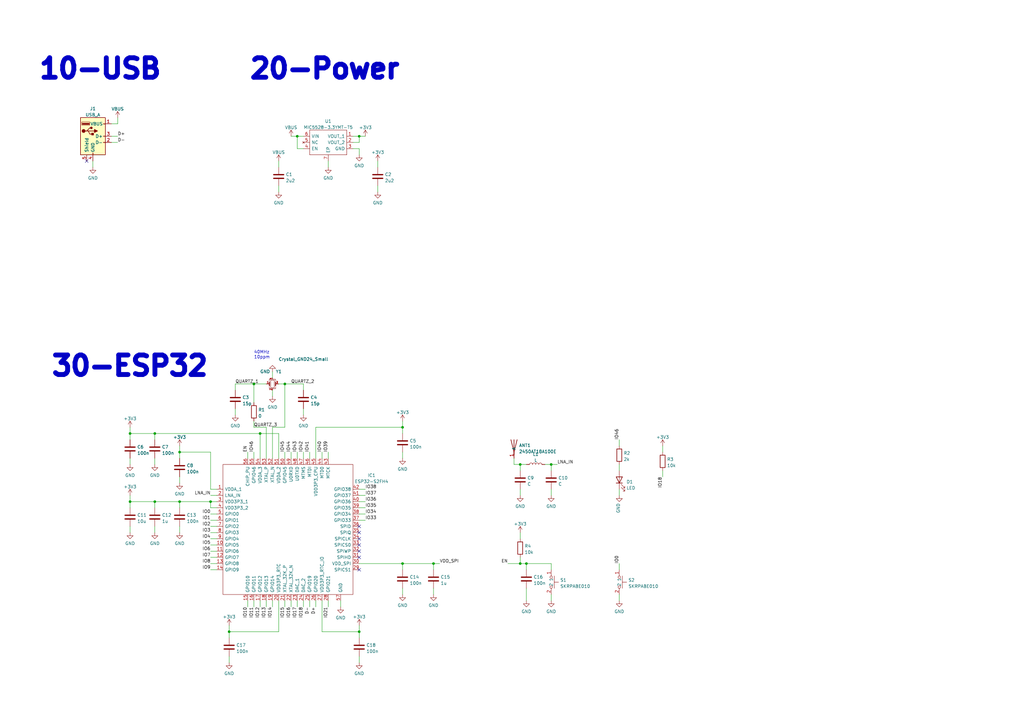
<source format=kicad_sch>
(kicad_sch (version 20211123) (generator eeschema)
  (paper "A3")
  (title_block (title "PMK_Dongle") (date "2023-01-19") (rev "HW00") (company "Puma Corp"))
  (lib_symbols
    (symbol "Component lib:2450AT18A100E" (pin_names (offset 0.762))
      (property "Reference" "ANT" (at 6.35 10.16 0))
      (property "Value" "2450AT18A100E" (at 6.35 7.62 0))
      (symbol "2450AT18A100E_0_1"
        (polyline (pts (xy 0 7.62) (xy 0 1.27)) (stroke (width 0.254)))
        (polyline (pts (xy 1.27 7.62) (xy 0 2.54) (xy -1.27 7.62)) (stroke (width 0.254)))
      )
      (symbol "2450AT18A100E_1_1"
        (pin input line (at 0 0 90) (length 2.54) (name "A") (number "1"))
      )
    )
    (symbol "Component lib:C" (pin_numbers hide) (pin_names (offset 0.254))
      (property "Reference" "C" (at 0.635 -1.27 0))
      (property "Value" "C" (at 0.635 -6.35 0))
      (symbol "C_0_1"
        (polyline (pts (xy -2.032 -4.572) (xy 2.032 -4.572)) (stroke (width 0.508)))
        (polyline (pts (xy -2.032 -3.048) (xy 2.032 -3.048)) (stroke (width 0.508)))
      )
      (symbol "C_1_1"
        (pin passive line (at 0 0 270) (length 2.794) (name "~") (number "1"))
        (pin passive line (at 0 -7.62 90) (length 2.794) (name "~") (number "2"))
      )
    )
    (symbol "Component lib:ESP32-S2FH4" (pin_names (offset 0.762))
      (property "Reference" "IC" (at 22.86 -12.7 0))
      (property "Value" "ESP32-S2FH4" (at 22.86 -15.24 0))
      (symbol "ESP32-S2FH4_0_0"
        (pin passive line (at 0 0 0) (length 2.54) (name "VDDA_1") (number "1"))
        (pin passive line (at 0 -22.86 0) (length 2.54) (name "GPIO5") (number "10"))
        (pin passive line (at 0 -25.4 0) (length 2.54) (name "GPIO6") (number "11"))
        (pin passive line (at 0 -27.94 0) (length 2.54) (name "GPIO7") (number "12"))
        (pin passive line (at 0 -30.48 0) (length 2.54) (name "GPIO8") (number "13"))
        (pin passive line (at 0 -33.02 0) (length 2.54) (name "GPIO9") (number "14"))
        (pin passive line (at 12.7 -45.72 90) (length 2.54) (name "GPIO10") (number "15"))
        (pin passive line (at 15.24 -45.72 90) (length 2.54) (name "GPIO11") (number "16"))
        (pin passive line (at 17.78 -45.72 90) (length 2.54) (name "GPIO12") (number "17"))
        (pin passive line (at 20.32 -45.72 90) (length 2.54) (name "GPIO13") (number "18"))
        (pin passive line (at 22.86 -45.72 90) (length 2.54) (name "GPIO14") (number "19"))
        (pin passive line (at 0 -2.54 0) (length 2.54) (name "LNA_IN") (number "2"))
        (pin passive line (at 25.4 -45.72 90) (length 2.54) (name "VDD3P3_RTC") (number "20"))
        (pin passive line (at 27.94 -45.72 90) (length 2.54) (name "XTAL_32K_P") (number "21"))
        (pin passive line (at 30.48 -45.72 90) (length 2.54) (name "XTAL_32K_N") (number "22"))
        (pin passive line (at 33.02 -45.72 90) (length 2.54) (name "DAC_1") (number "23"))
        (pin passive line (at 35.56 -45.72 90) (length 2.54) (name "DAC_2") (number "24"))
        (pin passive line (at 38.1 -45.72 90) (length 2.54) (name "GPIO19") (number "25"))
        (pin passive line (at 40.64 -45.72 90) (length 2.54) (name "GPIO20") (number "26"))
        (pin passive line (at 43.18 -45.72 90) (length 2.54) (name "VDD3P3_RTC_IO") (number "27"))
        (pin passive line (at 45.72 -45.72 90) (length 2.54) (name "GPIO21") (number "28"))
        (pin passive line (at 58.42 -33.02 180) (length 2.54) (name "SPICS1") (number "29"))
        (pin passive line (at 0 -5.08 0) (length 2.54) (name "VDD3P3_1") (number "3"))
        (pin passive line (at 58.42 -30.48 180) (length 2.54) (name "VDD_SPI") (number "30"))
        (pin passive line (at 58.42 -27.94 180) (length 2.54) (name "SPIHD") (number "31"))
        (pin passive line (at 58.42 -25.4 180) (length 2.54) (name "SPIWP") (number "32"))
        (pin passive line (at 58.42 -22.86 180) (length 2.54) (name "SPICS0") (number "33"))
        (pin passive line (at 58.42 -20.32 180) (length 2.54) (name "SPICLK") (number "34"))
        (pin passive line (at 58.42 -17.78 180) (length 2.54) (name "SPIQ") (number "35"))
        (pin passive line (at 58.42 -15.24 180) (length 2.54) (name "SPID") (number "36"))
        (pin passive line (at 58.42 -12.7 180) (length 2.54) (name "GPIO33") (number "37"))
        (pin passive line (at 58.42 -10.16 180) (length 2.54) (name "GPIO34") (number "38"))
        (pin passive line (at 58.42 -7.62 180) (length 2.54) (name "GPIO35") (number "39"))
        (pin passive line (at 0 -7.62 0) (length 2.54) (name "VDD3P3_2") (number "4"))
        (pin passive line (at 58.42 -5.08 180) (length 2.54) (name "GPIO36") (number "40"))
        (pin passive line (at 58.42 -2.54 180) (length 2.54) (name "GPIO37") (number "41"))
        (pin passive line (at 58.42 0 180) (length 2.54) (name "GPIO38") (number "42"))
        (pin passive line (at 45.72 12.7 270) (length 2.54) (name "MTCK") (number "43"))
        (pin passive line (at 43.18 12.7 270) (length 2.54) (name "MTD0") (number "44"))
        (pin passive line (at 40.64 12.7 270) (length 2.54) (name "VDD3P3_CPU") (number "45"))
        (pin passive line (at 38.1 12.7 270) (length 2.54) (name "MTDI") (number "46"))
        (pin passive line (at 35.56 12.7 270) (length 2.54) (name "MTMS") (number "47"))
        (pin passive line (at 33.02 12.7 270) (length 2.54) (name "U0TXD") (number "48"))
        (pin passive line (at 30.48 12.7 270) (length 2.54) (name "U0RXD") (number "49"))
        (pin passive line (at 0 -10.16 0) (length 2.54) (name "GPIO0") (number "5"))
        (pin passive line (at 27.94 12.7 270) (length 2.54) (name "GPIO45") (number "50"))
        (pin passive line (at 25.4 12.7 270) (length 2.54) (name "VDDA_2") (number "51"))
        (pin passive line (at 22.86 12.7 270) (length 2.54) (name "XTAL_N") (number "52"))
        (pin passive line (at 20.32 12.7 270) (length 2.54) (name "XTAL_P") (number "53"))
        (pin passive line (at 17.78 12.7 270) (length 2.54) (name "VDDA_3") (number "54"))
        (pin passive line (at 15.24 12.7 270) (length 2.54) (name "GPIO46") (number "55"))
        (pin passive line (at 12.7 12.7 270) (length 2.54) (name "CHIP_PU") (number "56"))
        (pin passive line (at 50.8 -45.72 90) (length 2.54) (name "GND") (number "57"))
        (pin passive line (at 0 -12.7 0) (length 2.54) (name "GPIO1") (number "6"))
        (pin passive line (at 0 -15.24 0) (length 2.54) (name "GPIO2") (number "7"))
        (pin passive line (at 0 -17.78 0) (length 2.54) (name "GPIO3") (number "8"))
        (pin passive line (at 0 -20.32 0) (length 2.54) (name "GPIO4") (number "9"))
      )
      (symbol "ESP32-S2FH4_0_1"
        (polyline (pts (xy 2.54 10.16) (xy 55.88 10.16) (xy 55.88 -43.18) (xy 2.54 -43.18) (xy 2.54 10.16)) (stroke (width 0.1524)))
      )
    )
    (symbol "Component lib:L" (pin_numbers hide) (pin_names (offset 1.016) hide)
      (property "Reference" "L" (at 3.81 -1.27 0))
      (property "Value" "L" (at 3.81 1.905 0))
      (symbol "L_0_1"
        (arc (start 2.54 0) (mid 1.905 0.635) (end 1.27 0))
        (arc (start 3.81 0) (mid 3.175 0.635) (end 2.54 0))
        (arc (start 5.08 0) (mid 4.445 0.635) (end 3.81 0))
        (arc (start 6.35 0) (mid 5.715 0.635) (end 5.08 0))
      )
      (symbol "L_1_1"
        (pin passive line (at 0 0 0) (length 1.27) (name "1") (number "1"))
        (pin passive line (at 7.62 0 180) (length 1.27) (name "2") (number "2"))
      )
    )
    (symbol "Component lib:LED" (pin_numbers hide) (pin_names (offset 1.016) hide)
      (property "Reference" "D" (at 3.81 2.54 0))
      (property "Value" "LED" (at 3.81 -2.54 0))
      (symbol "LED_0_1"
        (polyline (pts (xy 2.54 -1.27) (xy 2.54 1.27)) (stroke (width 0.254)))
        (polyline (pts (xy 2.54 0) (xy 5.08 0)))
        (polyline (pts (xy 5.08 -1.27) (xy 5.08 1.27) (xy 2.54 0) (xy 5.08 -1.27)) (stroke (width 0.254)))
        (polyline (pts (xy 0.762 -0.762) (xy -0.762 -2.286) (xy 0 -2.286) (xy -0.762 -2.286) (xy -0.762 -1.524)))
        (polyline (pts (xy 2.032 -0.762) (xy 0.508 -2.286) (xy 1.27 -2.286) (xy 0.508 -2.286) (xy 0.508 -1.524)))
      )
      (symbol "LED_1_1"
        (pin passive line (at 0 0 0) (length 2.54) (name "K") (number "1"))
        (pin passive line (at 7.62 0 180) (length 2.54) (name "A") (number "2"))
      )
    )
    (symbol "Component lib:MIC5528-3.3YMT-T5" (pin_names (offset 0.762))
      (property "Reference" "U" (at 2.54 5.08 0))
      (property "Value" "MIC5528-3.3YMT-T5" (at 12.7 5.08 0))
      (symbol "MIC5528-3.3YMT-T5_0_0"
        (pin passive line (at 20.32 0 180) (length 2.54) (name "VOUT_1") (number "1"))
        (pin passive line (at 20.32 -2.54 180) (length 2.54) (name "VOUT_2") (number "2"))
        (pin passive line (at 20.32 -5.08 180) (length 2.54) (name "GND") (number "3"))
        (pin passive line (at 0 -5.08 0) (length 2.54) (name "EN") (number "4"))
        (pin no_connect line (at 0 -2.54 0) (length 2.54) (name "NC") (number "5"))
        (pin passive line (at 0 0 0) (length 2.54) (name "VIN") (number "6"))
        (pin passive line (at 10.16 -10.16 90) (length 2.54) (name "EP") (number "7"))
      )
      (symbol "MIC5528-3.3YMT-T5_0_1"
        (rectangle (start 2.54 2.54) (end 17.78 -7.62) (stroke (width 0.1524)))
      )
    )
    (symbol "Component lib:R" (pin_numbers hide) (pin_names (offset 0))
      (property "Reference" "R" (at 2.032 -3.81 90))
      (property "Value" "R" (at 0 -3.81 90))
      (symbol "R_0_1"
        (rectangle (start -1.016 -6.35) (end 1.016 -1.27) (stroke (width 0.254)))
      )
      (symbol "R_1_1"
        (pin passive line (at 0 0 270) (length 1.27) (name "~") (number "1"))
        (pin passive line (at 0 -7.62 90) (length 1.27) (name "~") (number "2"))
      )
    )
    (symbol "Component lib:SKRPABE010" (pin_names (offset 0.762))
      (property "Reference" "S" (at 5.715 3.81 0))
      (property "Value" "SKRPABE010" (at 24.13 5.08 0))
      (symbol "SKRPABE010_0_1"
        (polyline (pts (xy 5.08 1.27) (xy 5.08 3.048)))
        (polyline (pts (xy 7.62 1.27) (xy 2.54 1.27)))
        (circle (center 3.048 0) (radius 0.508))
        (circle (center 7.112 0) (radius 0.508))
        (pin passive line (at 0 0 0) (length 2.54) (name "1") (number "1"))
        (pin passive line (at 10.16 0 180) (length 2.54) (name "2") (number "2"))
      )
    )
    (symbol "Connector:USB_A" (pin_names (offset 1.016))
      (property "Reference" "J" (at -5.08 11.43 0))
      (property "Value" "USB_A" (at -5.08 8.89 0))
      (symbol "USB_A_0_1"
        (rectangle (start -5.08 -7.62) (end 5.08 7.62) (stroke (width 0.254)) (fill (type background)))
        (circle (center -3.81 2.159) (radius 0.635) (stroke (width 0.254)) (fill (type outline)))
        (rectangle (start -1.524 4.826) (end -4.318 5.334) (fill (type outline)))
        (rectangle (start -1.27 4.572) (end -4.572 5.842))
        (circle (center -0.635 3.429) (radius 0.381) (stroke (width 0.254)) (fill (type outline)))
        (rectangle (start -0.127 -7.62) (end 0.127 -6.858))
        (polyline (pts (xy -3.175 2.159) (xy -2.54 2.159) (xy -1.27 3.429) (xy -0.635 3.429)) (stroke (width 0.254)))
        (polyline (pts (xy -2.54 2.159) (xy -1.905 2.159) (xy -1.27 0.889) (xy 0 0.889)) (stroke (width 0.254)))
        (polyline (pts (xy 0.635 2.794) (xy 0.635 1.524) (xy 1.905 2.159) (xy 0.635 2.794)) (stroke (width 0.254)) (fill (type outline)))
        (rectangle (start 0.254 1.27) (end -0.508 0.508) (stroke (width 0.254)) (fill (type outline)))
        (rectangle (start 5.08 -2.667) (end 4.318 -2.413))
        (rectangle (start 5.08 -0.127) (end 4.318 0.127))
        (rectangle (start 5.08 4.953) (end 4.318 5.207))
      )
      (symbol "USB_A_1_1"
        (polyline (pts (xy -1.905 2.159) (xy 0.635 2.159)) (stroke (width 0.254)))
        (pin power_in line (at 7.62 5.08 180) (length 2.54) (name "VBUS") (number "1"))
        (pin bidirectional line (at 7.62 -2.54 180) (length 2.54) (name "D-") (number "2"))
        (pin bidirectional line (at 7.62 0 180) (length 2.54) (name "D+") (number "3"))
        (pin power_in line (at 0 -10.16 90) (length 2.54) (name "GND") (number "4"))
        (pin passive line (at -2.54 -10.16 90) (length 2.54) (name "Shield") (number "5"))
      )
    )
    (symbol "Device:Crystal_GND24_Small" (pin_names (offset 1.016) hide)
      (property "Reference" "Y" (at 1.27 4.445 0))
      (property "Value" "Crystal_GND24_Small" (at 1.27 2.54 0))
      (symbol "Crystal_GND24_Small_0_1"
        (rectangle (start -0.762 -1.524) (end 0.762 1.524))
        (polyline (pts (xy -1.27 -0.762) (xy -1.27 0.762)) (stroke (width 0.381)))
        (polyline (pts (xy 1.27 -0.762) (xy 1.27 0.762)) (stroke (width 0.381)))
        (polyline (pts (xy -1.27 -1.27) (xy -1.27 -1.905) (xy 1.27 -1.905) (xy 1.27 -1.27)))
        (polyline (pts (xy -1.27 1.27) (xy -1.27 1.905) (xy 1.27 1.905) (xy 1.27 1.27)))
      )
      (symbol "Crystal_GND24_Small_1_1"
        (pin passive line (at -2.54 0 0) (length 1.27) (name "1") (number "1"))
        (pin passive line (at 0 -2.54 90) (length 0.635) (name "2") (number "2"))
        (pin passive line (at 2.54 0 180) (length 1.27) (name "3") (number "3"))
        (pin passive line (at 0 2.54 270) (length 0.635) (name "4") (number "4"))
      )
    )
    (symbol "power:+3V3" (power) (pin_names (offset 0))
      (property "Value" "+3V3" (at 0 3.556 0))
      (symbol "+3V3_0_1"
        (polyline (pts (xy -0.762 1.27) (xy 0 2.54)))
        (polyline (pts (xy 0 0) (xy 0 2.54)))
        (polyline (pts (xy 0 2.54) (xy 0.762 1.27)))
      )
      (symbol "+3V3_1_1"
        (pin power_in line (at 0 0 90) (length 0) hide (name "+3V3") (number "1"))
      )
    )
    (symbol "power:GND" (power) (pin_names (offset 0))
      (property "Value" "GND" (at 0 -3.81 0))
      (symbol "GND_0_1"
        (polyline (pts (xy 0 0) (xy 0 -1.27) (xy 1.27 -1.27) (xy 0 -2.54) (xy -1.27 -1.27) (xy 0 -1.27)))
      )
      (symbol "GND_1_1"
        (pin power_in line (at 0 0 270) (length 0) hide (name "GND") (number "1"))
      )
    )
    (symbol "power:VBUS" (power) (pin_names (offset 0))
      (property "Value" "VBUS" (at 0 3.81 0))
      (symbol "VBUS_0_1"
        (polyline (pts (xy -0.762 1.27) (xy 0 2.54)))
        (polyline (pts (xy 0 0) (xy 0 2.54)))
        (polyline (pts (xy 0 2.54) (xy 0.762 1.27)))
      )
      (symbol "VBUS_1_1"
        (pin power_in line (at 0 0 90) (length 0) hide (name "VBUS") (number "1"))
      )
    )
  )
  (junction (at 147.32 259.08))
  (junction (at 73.66 205.74))
  (junction (at 213.36 231.14))
  (junction (at 226.06 190.5))
  (junction (at 165.1 231.14))
  (junction (at 86.36 205.74))
  (junction (at 104.14 157.48))
  (junction (at 53.34 205.74))
  (junction (at 53.34 177.8))
  (junction (at 121.92 55.88))
  (junction (at 177.8 231.14))
  (junction (at 93.98 259.08))
  (junction (at 63.5 177.8))
  (junction (at 165.1 175.26))
  (junction (at 147.32 55.88))
  (junction (at 215.9 231.14))
  (junction (at 116.84 157.48))
  (junction (at 213.36 190.5))
  (junction (at 73.66 185.42))
  (junction (at 63.5 205.74))
  (junction (at 106.68 177.8))
  (no_connect (at 147.32 233.68))
  (no_connect (at 147.32 215.9))
  (no_connect (at 147.32 218.44))
  (no_connect (at 147.32 220.98))
  (no_connect (at 147.32 223.52))
  (no_connect (at 147.32 228.6))
  (no_connect (at 147.32 226.06))
  (no_connect (at 35.56 66.04))
  (wire (pts (xy 147.32 55.88) (xy 147.32 58.42)))
  (wire (pts (xy 111.76 246.38) (xy 111.76 248.92)))
  (wire (pts (xy 226.06 190.5) (xy 228.6 190.5)))
  (wire (pts (xy 226.06 231.14) (xy 226.06 233.68)))
  (wire (pts (xy 127 246.38) (xy 127 248.92)))
  (wire (pts (xy 116.84 157.48) (xy 124.46 157.48)))
  (wire (pts (xy 86.36 223.52) (xy 88.9 223.52)))
  (wire (pts (xy 213.36 200.66) (xy 213.36 203.2)))
  (wire (pts (xy 63.5 215.9) (xy 63.5 218.44)))
  (wire (pts (xy 86.36 203.2) (xy 88.9 203.2)))
  (wire (pts (xy 53.34 208.28) (xy 53.34 205.74)))
  (wire (pts (xy 215.9 231.14) (xy 215.9 233.68)))
  (wire (pts (xy 154.94 66.04) (xy 154.94 68.58)))
  (wire (pts (xy 254 190.5) (xy 254 193.04)))
  (wire (pts (xy 132.08 246.38) (xy 132.08 259.08)))
  (wire (pts (xy 124.46 246.38) (xy 124.46 248.92)))
  (wire (pts (xy 93.98 269.24) (xy 93.98 271.78)))
  (wire (pts (xy 208.28 231.14) (xy 213.36 231.14)))
  (wire (pts (xy 114.3 66.04) (xy 114.3 68.58)))
  (wire (pts (xy 147.32 256.54) (xy 147.32 259.08)))
  (wire (pts (xy 114.3 177.8) (xy 106.68 177.8)))
  (wire (pts (xy 104.14 157.48) (xy 109.22 157.48)))
  (wire (pts (xy 53.34 205.74) (xy 63.5 205.74)))
  (wire (pts (xy 177.8 231.14) (xy 180.34 231.14)))
  (wire (pts (xy 147.32 210.82) (xy 149.86 210.82)))
  (wire (pts (xy 210.82 190.5) (xy 213.36 190.5)))
  (wire (pts (xy 119.38 55.88) (xy 121.92 55.88)))
  (wire (pts (xy 86.36 200.66) (xy 88.9 200.66)))
  (wire (pts (xy 165.1 185.42) (xy 165.1 187.96)))
  (wire (pts (xy 111.76 160.02) (xy 111.76 162.56)))
  (wire (pts (xy 109.22 246.38) (xy 109.22 248.92)))
  (wire (pts (xy 165.1 172.72) (xy 165.1 175.26)))
  (wire (pts (xy 48.26 48.26) (xy 48.26 50.8)))
  (wire (pts (xy 271.78 182.88) (xy 271.78 185.42)))
  (wire (pts (xy 104.14 157.48) (xy 104.14 165.1)))
  (wire (pts (xy 53.34 177.8) (xy 63.5 177.8)))
  (wire (pts (xy 165.1 241.3) (xy 165.1 243.84)))
  (wire (pts (xy 213.36 193.04) (xy 213.36 190.5)))
  (wire (pts (xy 86.36 233.68) (xy 88.9 233.68)))
  (wire (pts (xy 63.5 187.96) (xy 63.5 190.5)))
  (wire (pts (xy 53.34 175.26) (xy 53.34 177.8)))
  (wire (pts (xy 63.5 177.8) (xy 63.5 180.34)))
  (wire (pts (xy 93.98 256.54) (xy 93.98 259.08)))
  (wire (pts (xy 101.6 246.38) (xy 101.6 248.92)))
  (wire (pts (xy 86.36 185.42) (xy 86.36 200.66)))
  (wire (pts (xy 124.46 157.48) (xy 124.46 160.02)))
  (wire (pts (xy 134.62 66.04) (xy 134.62 68.58)))
  (wire (pts (xy 254 231.14) (xy 254 233.68)))
  (wire (pts (xy 132.08 259.08) (xy 147.32 259.08)))
  (wire (pts (xy 104.14 172.72) (xy 104.14 175.26)))
  (wire (pts (xy 114.3 157.48) (xy 116.84 157.48)))
  (wire (pts (xy 147.32 203.2) (xy 149.86 203.2)))
  (wire (pts (xy 165.1 231.14) (xy 165.1 233.68)))
  (wire (pts (xy 86.36 220.98) (xy 88.9 220.98)))
  (wire (pts (xy 86.36 215.9) (xy 88.9 215.9)))
  (wire (pts (xy 147.32 205.74) (xy 149.86 205.74)))
  (wire (pts (xy 119.38 185.42) (xy 119.38 187.96)))
  (wire (pts (xy 226.06 200.66) (xy 226.06 203.2)))
  (wire (pts (xy 139.7 246.38) (xy 139.7 248.92)))
  (wire (pts (xy 104.14 246.38) (xy 104.14 248.92)))
  (wire (pts (xy 53.34 187.96) (xy 53.34 190.5)))
  (wire (pts (xy 134.62 185.42) (xy 134.62 187.96)))
  (wire (pts (xy 73.66 215.9) (xy 73.66 218.44)))
  (wire (pts (xy 86.36 218.44) (xy 88.9 218.44)))
  (wire (pts (xy 53.34 180.34) (xy 53.34 177.8)))
  (wire (pts (xy 114.3 187.96) (xy 114.3 177.8)))
  (wire (pts (xy 106.68 177.8) (xy 106.68 187.96)))
  (wire (pts (xy 213.36 218.44) (xy 213.36 220.98)))
  (wire (pts (xy 86.36 231.14) (xy 88.9 231.14)))
  (wire (pts (xy 254 180.34) (xy 254 182.88)))
  (wire (pts (xy 121.92 55.88) (xy 124.46 55.88)))
  (wire (pts (xy 213.36 190.5) (xy 215.9 190.5)))
  (wire (pts (xy 48.26 50.8) (xy 45.72 50.8)))
  (wire (pts (xy 73.66 195.58) (xy 73.66 198.12)))
  (wire (pts (xy 177.8 231.14) (xy 177.8 233.68)))
  (wire (pts (xy 144.78 55.88) (xy 147.32 55.88)))
  (wire (pts (xy 104.14 175.26) (xy 109.22 175.26)))
  (wire (pts (xy 86.36 210.82) (xy 88.9 210.82)))
  (wire (pts (xy 93.98 259.08) (xy 93.98 261.62)))
  (wire (pts (xy 215.9 231.14) (xy 226.06 231.14)))
  (wire (pts (xy 129.54 175.26) (xy 129.54 187.96)))
  (wire (pts (xy 73.66 182.88) (xy 73.66 185.42)))
  (wire (pts (xy 147.32 231.14) (xy 165.1 231.14)))
  (wire (pts (xy 116.84 185.42) (xy 116.84 187.96)))
  (wire (pts (xy 124.46 185.42) (xy 124.46 187.96)))
  (wire (pts (xy 73.66 208.28) (xy 73.66 205.74)))
  (wire (pts (xy 73.66 187.96) (xy 73.66 185.42)))
  (wire (pts (xy 86.36 228.6) (xy 88.9 228.6)))
  (wire (pts (xy 213.36 228.6) (xy 213.36 231.14)))
  (wire (pts (xy 154.94 76.2) (xy 154.94 78.74)))
  (wire (pts (xy 116.84 246.38) (xy 116.84 248.92)))
  (wire (pts (xy 254 243.84) (xy 254 246.38)))
  (wire (pts (xy 111.76 175.26) (xy 111.76 187.96)))
  (wire (pts (xy 121.92 185.42) (xy 121.92 187.96)))
  (wire (pts (xy 165.1 231.14) (xy 177.8 231.14)))
  (wire (pts (xy 215.9 231.14) (xy 213.36 231.14)))
  (wire (pts (xy 88.9 208.28) (xy 86.36 208.28)))
  (wire (pts (xy 104.14 185.42) (xy 104.14 187.96)))
  (wire (pts (xy 106.68 246.38) (xy 106.68 248.92)))
  (wire (pts (xy 73.66 185.42) (xy 86.36 185.42)))
  (wire (pts (xy 147.32 200.66) (xy 149.86 200.66)))
  (wire (pts (xy 63.5 205.74) (xy 73.66 205.74)))
  (wire (pts (xy 147.32 259.08) (xy 147.32 261.62)))
  (wire (pts (xy 116.84 175.26) (xy 111.76 175.26)))
  (wire (pts (xy 254 200.66) (xy 254 203.2)))
  (wire (pts (xy 111.76 152.4) (xy 111.76 154.94)))
  (wire (pts (xy 53.34 215.9) (xy 53.34 218.44)))
  (wire (pts (xy 121.92 60.96) (xy 121.92 55.88)))
  (wire (pts (xy 124.46 60.96) (xy 121.92 60.96)))
  (wire (pts (xy 45.72 58.42) (xy 48.26 58.42)))
  (wire (pts (xy 223.52 190.5) (xy 226.06 190.5)))
  (wire (pts (xy 124.46 167.64) (xy 124.46 170.18)))
  (wire (pts (xy 109.22 175.26) (xy 109.22 187.96)))
  (wire (pts (xy 132.08 185.42) (xy 132.08 187.96)))
  (wire (pts (xy 210.82 187.96) (xy 210.82 190.5)))
  (wire (pts (xy 86.36 226.06) (xy 88.9 226.06)))
  (wire (pts (xy 144.78 60.96) (xy 147.32 60.96)))
  (wire (pts (xy 147.32 269.24) (xy 147.32 271.78)))
  (wire (pts (xy 129.54 175.26) (xy 165.1 175.26)))
  (wire (pts (xy 96.52 157.48) (xy 104.14 157.48)))
  (wire (pts (xy 38.1 66.04) (xy 38.1 68.58)))
  (wire (pts (xy 86.36 213.36) (xy 88.9 213.36)))
  (wire (pts (xy 147.32 58.42) (xy 144.78 58.42)))
  (wire (pts (xy 45.72 55.88) (xy 48.26 55.88)))
  (wire (pts (xy 63.5 208.28) (xy 63.5 205.74)))
  (wire (pts (xy 177.8 241.3) (xy 177.8 243.84)))
  (wire (pts (xy 271.78 193.04) (xy 271.78 195.58)))
  (wire (pts (xy 114.3 259.08) (xy 114.3 246.38)))
  (wire (pts (xy 63.5 177.8) (xy 106.68 177.8)))
  (wire (pts (xy 96.52 167.64) (xy 96.52 170.18)))
  (wire (pts (xy 226.06 190.5) (xy 226.06 193.04)))
  (wire (pts (xy 121.92 246.38) (xy 121.92 248.92)))
  (wire (pts (xy 114.3 76.2) (xy 114.3 78.74)))
  (wire (pts (xy 215.9 241.3) (xy 215.9 246.38)))
  (wire (pts (xy 53.34 203.2) (xy 53.34 205.74)))
  (wire (pts (xy 96.52 160.02) (xy 96.52 157.48)))
  (wire (pts (xy 127 185.42) (xy 127 187.96)))
  (wire (pts (xy 149.86 213.36) (xy 147.32 213.36)))
  (wire (pts (xy 129.54 246.38) (xy 129.54 248.92)))
  (wire (pts (xy 86.36 205.74) (xy 88.9 205.74)))
  (wire (pts (xy 116.84 157.48) (xy 116.84 175.26)))
  (wire (pts (xy 86.36 208.28) (xy 86.36 205.74)))
  (wire (pts (xy 93.98 259.08) (xy 114.3 259.08)))
  (wire (pts (xy 147.32 208.28) (xy 149.86 208.28)))
  (wire (pts (xy 134.62 246.38) (xy 134.62 248.92)))
  (wire (pts (xy 101.6 185.42) (xy 101.6 187.96)))
  (wire (pts (xy 165.1 175.26) (xy 165.1 177.8)))
  (wire (pts (xy 147.32 60.96) (xy 147.32 63.5)))
  (wire (pts (xy 147.32 55.88) (xy 149.86 55.88)))
  (wire (pts (xy 226.06 243.84) (xy 226.06 246.38)))
  (wire (pts (xy 73.66 205.74) (xy 86.36 205.74)))
  (wire (pts (xy 119.38 246.38) (xy 119.38 248.92)))
  (text "10-USB" (at 15.24 33.02 0) (effects (font (size 8 8) (thickness 3) bold) (justify left bottom)))
  (text "30-ESP32" (at 20.32 154.94 0) (effects (font (size 8 8) (thickness 3) bold) (justify left bottom)))
  (text "40MHz \n10ppm" (at 104.14 147.32 0) (effects (font (size 1.27 1.27)) (justify left bottom)))
  (text "20-Power\n" (at 101.6 33.02 0) (effects (font (size 8 8) (thickness 3) bold) (justify left bottom)))
  (label "LNA_IN" (at 86.36 203.2 180))
  (label "IO14" (at 111.76 248.92 270))
  (label "IO39" (at 134.62 185.42 90))
  (label "D+" (at 48.26 55.88 0))
  (label "IO41" (at 127 185.42 90))
  (label "IO9" (at 86.36 233.68 180))
  (label "IO0" (at 86.36 210.82 180))
  (label "IO34" (at 149.86 210.82 0))
  (label "IO35" (at 149.86 208.28 0))
  (label "QUARTZ_3" (at 104.14 175.26 0))
  (label "IO42" (at 124.46 185.42 90))
  (label "IO16" (at 119.38 248.92 270))
  (label "QUARTZ_1" (at 96.52 157.48 0))
  (label "IO36" (at 149.86 205.74 0))
  (label "D-" (at 48.26 58.42 0))
  (label "IO44" (at 119.38 185.42 90))
  (label "IO33" (at 149.86 213.36 0))
  (label "IO0" (at 254 231.14 90))
  (label "IO5" (at 86.36 223.52 180))
  (label "IO45" (at 116.84 185.42 90))
  (label "IO46" (at 104.14 185.42 90))
  (label "VDD_SPI" (at 180.34 231.14 0))
  (label "IO43" (at 121.92 185.42 90))
  (label "IO8" (at 86.36 231.14 180))
  (label "IO4" (at 86.36 220.98 180))
  (label "IO37" (at 149.86 203.2 0))
  (label "IO12" (at 106.68 248.92 270))
  (label "D+" (at 129.54 248.92 270))
  (label "IO40" (at 132.08 185.42 90))
  (label "IO6" (at 86.36 226.06 180))
  (label "IO10" (at 101.6 248.92 270))
  (label "IO2" (at 86.36 215.9 180))
  (label "IO17" (at 121.92 248.92 270))
  (label "IO11" (at 104.14 248.92 270))
  (label "IO3" (at 86.36 218.44 180))
  (label "D-" (at 127 248.92 270))
  (label "LNA_IN" (at 228.6 190.5 0))
  (label "IO38" (at 149.86 200.66 0))
  (label "IO18" (at 271.78 195.58 270))
  (label "QUARTZ_2" (at 119.38 157.48 0))
  (label "EN" (at 208.28 231.14 180))
  (label "IO1" (at 86.36 213.36 180))
  (label "IO13" (at 109.22 248.92 270))
  (label "IO7" (at 86.36 228.6 180))
  (label "EN" (at 101.6 185.42 90))
  (label "IO46" (at 254 180.34 90))
  (label "IO21" (at 134.62 248.92 270))
  (label "IO18" (at 124.46 248.92 270))
  (label "IO15" (at 116.84 248.92 270))
  (symbol (lib_id "power:GND") (at 226.06 246.38 0) (unit 1)
    (property "Reference" "#PWR0103" (effects hide))
    (property "Value" "GND" (at 226.06 250.8234 0))
  )
  (symbol (lib_id "Component lib:C") (at 73.66 208.28 0) (unit 1)
    (property "Reference" "C13" (at 76.581 211.2553 0) (effects (justify left)))
    (property "Value" "100n" (at 76.581 213.7922 0) (effects (justify left)))
    (property "Footprint" "Capacitor_SMD:C_0402_1005Metric" (effects hide))
  )
  (symbol (lib_id "power:GND") (at 111.76 152.4 180) (unit 1)
    (property "Reference" "#PWR0120" (effects hide))
    (property "Value" "GND" (at 106.68 152.4 0) (effects (justify right)))
  )
  (symbol (lib_id "power:VBUS") (at 48.26 48.26 0) (unit 1)
    (property "Reference" "#PWR0137" (effects hide))
    (property "Value" "VBUS" (at 48.26 44.6842 0))
  )
  (symbol (lib_id "power:+3V3") (at 149.86 55.88 0) (unit 1)
    (property "Reference" "#PWR0135" (effects hide))
    (property "Value" "+3V3" (at 149.86 52.3042 0))
  )
  (symbol (lib_id "Component lib:C") (at 165.1 177.8 0) (unit 1)
    (property "Reference" "C5" (at 168.021 180.7753 0) (effects (justify left)))
    (property "Value" "100n" (at 168.021 183.3122 0) (effects (justify left)))
    (property "Footprint" "Capacitor_SMD:C_0402_1005Metric" (effects hide))
  )
  (symbol (lib_id "power:GND") (at 111.76 162.56 0) (unit 1)
    (property "Reference" "#PWR0127" (effects hide))
    (property "Value" "GND" (at 111.76 167.0034 0))
  )
  (symbol (lib_id "Component lib:C") (at 165.1 233.68 0) (unit 1)
    (property "Reference" "C14" (at 168.021 236.6553 0) (effects (justify left)))
    (property "Value" "100n" (at 168.021 239.1922 0) (effects (justify left)))
    (property "Footprint" "Capacitor_SMD:C_0402_1005Metric" (effects hide))
  )
  (symbol (lib_id "Component lib:SKRPABE010") (at 254 233.68 270) (unit 1)
    (property "Reference" "S2" (at 257.683 237.9253 90) (effects (justify left)))
    (property "Value" "SKRPABE010" (at 257.683 240.4622 90) (effects (justify left)))
    (property "Footprint" "Component_lib:SKRPABE010" (effects hide))
    (property "Datasheet" "https://datasheet.lcsc.com/szlcsc/ALPS-Electric-SKRPABE010_C115360.pdf" (effects hide))
    (property "Description" "Switch Tactile N.O. SPST Button J-Bend 0.05A 16VDC 1.57N SMD Automotive T/R" (effects hide))
    (property "Height" "2.5" (effects hide))
    (property "Mouser Part Number" "688-SKRPAB" (effects hide))
    (property "Mouser Price/Stock" "https://www.mouser.co.uk/ProductDetail/Alps-Alpine/SKRPABE010?qs=m0BA540hBPe1GpcSf%2FZ5Yw%3D%3D" (effects hide))
    (property "Manufacturer_Name" "ALPS Electric" (effects hide))
    (property "Manufacturer_Part_Number" "SKRPABE010" (effects hide))
  )
  (symbol (lib_id "power:VBUS") (at 119.38 55.88 0) (unit 1)
    (property "Reference" "#PWR0134" (effects hide))
    (property "Value" "VBUS" (at 119.38 52.3042 0))
  )
  (symbol (lib_id "power:GND") (at 165.1 187.96 0) (unit 1)
    (property "Reference" "#PWR0112" (effects hide))
    (property "Value" "GND" (at 165.1 192.4034 0))
  )
  (symbol (lib_id "power:GND") (at 139.7 248.92 0) (unit 1)
    (property "Reference" "#PWR0111" (effects hide))
    (property "Value" "GND" (at 139.7 253.3634 0))
  )
  (symbol (lib_id "power:+3V3") (at 271.78 182.88 0) (unit 1)
    (property "Reference" "#PWR0106" (effects hide))
    (property "Value" "+3V3" (at 271.78 179.3042 0))
  )
  (symbol (lib_id "Component lib:C") (at 226.06 193.04 0) (unit 1)
    (property "Reference" "C10" (at 228.981 196.0153 0) (effects (justify left)))
    (property "Value" "C" (at 228.981 198.5522 0) (effects (justify left)))
    (property "Footprint" "Capacitor_SMD:C_0201_0603Metric" (effects hide))
  )
  (symbol (lib_id "Component lib:C") (at 213.36 193.04 0) (unit 1)
    (property "Reference" "C9" (at 216.281 196.0153 0) (effects (justify left)))
    (property "Value" "C" (at 216.281 198.5522 0) (effects (justify left)))
    (property "Footprint" "Capacitor_SMD:C_0201_0603Metric" (effects hide))
  )
  (symbol (lib_id "power:GND") (at 53.34 190.5 0) (unit 1)
    (property "Reference" "#PWR0119" (effects hide))
    (property "Value" "GND" (at 53.34 194.9434 0))
  )
  (symbol (lib_id "Component lib:L") (at 215.9 190.5 0) (unit 1)
    (property "Reference" "L1" (at 219.71 186.2922 0))
    (property "Value" "L" (at 219.71 188.8291 0))
    (property "Footprint" "Inductor_SMD:L_0201_0603Metric" (effects hide))
  )
  (symbol (lib_id "power:+3V3") (at 53.34 203.2 0) (unit 1)
    (property "Reference" "#PWR0129" (effects hide))
    (property "Value" "+3V3" (at 53.34 199.6242 0))
  )
  (symbol (lib_id "power:GND") (at 63.5 190.5 0) (unit 1)
    (property "Reference" "#PWR0118" (effects hide))
    (property "Value" "GND" (at 63.5 194.9434 0))
  )
  (symbol (lib_id "Component lib:R") (at 213.36 220.98 0) (unit 1)
    (property "Reference" "R4" (at 215.138 223.9553 0) (effects (justify left)))
    (property "Value" "10k" (at 215.138 226.4922 0) (effects (justify left)))
    (property "Footprint" "Resistor_SMD:R_0402_1005Metric" (effects hide))
  )
  (symbol (lib_id "power:GND") (at 177.8 243.84 0) (unit 1)
    (property "Reference" "#PWR0113" (effects hide))
    (property "Value" "GND" (at 177.8 248.2834 0))
  )
  (symbol (lib_id "power:GND") (at 226.06 203.2 0) (unit 1)
    (property "Reference" "#PWR0101" (effects hide))
    (property "Value" "GND" (at 226.06 207.6434 0))
  )
  (symbol (lib_id "Component lib:C") (at 53.34 180.34 0) (unit 1)
    (property "Reference" "C6" (at 56.261 183.3153 0) (effects (justify left)))
    (property "Value" "100n" (at 56.261 185.8522 0) (effects (justify left)))
    (property "Footprint" "Capacitor_SMD:C_0402_1005Metric" (effects hide))
  )
  (symbol (lib_id "Component lib:R") (at 271.78 185.42 0) (unit 1)
    (property "Reference" "R3" (at 273.558 188.3953 0) (effects (justify left)))
    (property "Value" "10k" (at 273.558 190.9322 0) (effects (justify left)))
    (property "Footprint" "Resistor_SMD:R_0201_0603Metric" (effects hide))
  )
  (symbol (lib_id "Component lib:SKRPABE010") (at 226.06 233.68 270) (unit 1)
    (property "Reference" "S1" (at 229.743 237.9253 90) (effects (justify left)))
    (property "Value" "SKRPABE010" (at 229.743 240.4622 90) (effects (justify left)))
    (property "Footprint" "Component_lib:SKRPABE010" (effects hide))
    (property "Datasheet" "https://datasheet.lcsc.com/szlcsc/ALPS-Electric-SKRPABE010_C115360.pdf" (effects hide))
    (property "Description" "Switch Tactile N.O. SPST Button J-Bend 0.05A 16VDC 1.57N SMD Automotive T/R" (effects hide))
    (property "Height" "2.5" (effects hide))
    (property "Mouser Part Number" "688-SKRPAB" (effects hide))
    (property "Mouser Price/Stock" "https://www.mouser.co.uk/ProductDetail/Alps-Alpine/SKRPABE010?qs=m0BA540hBPe1GpcSf%2FZ5Yw%3D%3D" (effects hide))
    (property "Manufacturer_Name" "ALPS Electric" (effects hide))
    (property "Manufacturer_Part_Number" "SKRPABE010" (effects hide))
  )
  (symbol (lib_id "power:GND") (at 96.52 170.18 0) (unit 1)
    (property "Reference" "#PWR0126" (effects hide))
    (property "Value" "GND" (at 96.52 174.6234 0))
  )
  (symbol (lib_id "Component lib:C") (at 73.66 187.96 0) (unit 1)
    (property "Reference" "C8" (at 76.581 190.9353 0) (effects (justify left)))
    (property "Value" "100n" (at 76.581 193.4722 0) (effects (justify left)))
    (property "Footprint" "Capacitor_SMD:C_0402_1005Metric" (effects hide))
  )
  (symbol (lib_id "power:GND") (at 147.32 63.5 0) (unit 1)
    (property "Reference" "#PWR0139" (effects hide))
    (property "Value" "GND" (at 147.32 67.9434 0))
  )
  (symbol (lib_id "Component lib:C") (at 147.32 261.62 0) (unit 1)
    (property "Reference" "C18" (at 150.241 264.5953 0) (effects (justify left)))
    (property "Value" "100n" (at 150.241 267.1322 0) (effects (justify left)))
    (property "Footprint" "Capacitor_SMD:C_0402_1005Metric" (effects hide))
  )
  (symbol (lib_id "power:GND") (at 73.66 218.44 0) (unit 1)
    (property "Reference" "#PWR0131" (effects hide))
    (property "Value" "GND" (at 73.66 222.8834 0))
  )
  (symbol (lib_id "power:GND") (at 53.34 218.44 0) (unit 1)
    (property "Reference" "#PWR0133" (effects hide))
    (property "Value" "GND" (at 53.34 222.8834 0))
  )
  (symbol (lib_id "power:GND") (at 215.9 246.38 0) (unit 1)
    (property "Reference" "#PWR0102" (effects hide))
    (property "Value" "GND" (at 215.9 250.8234 0))
  )
  (symbol (lib_id "power:+3V3") (at 213.36 218.44 0) (unit 1)
    (property "Reference" "#PWR0115" (effects hide))
    (property "Value" "+3V3" (at 213.36 214.8642 0))
  )
  (symbol (lib_id "power:GND") (at 63.5 218.44 0) (unit 1)
    (property "Reference" "#PWR0132" (effects hide))
    (property "Value" "GND" (at 63.5 222.8834 0))
  )
  (symbol (lib_id "power:+3V3") (at 53.34 175.26 0) (unit 1)
    (property "Reference" "#PWR0121" (effects hide))
    (property "Value" "+3V3" (at 53.34 171.6842 0))
  )
  (symbol (lib_id "Component lib:MIC5528-3.3YMT-T5") (at 124.46 55.88 0) (unit 1)
    (property "Reference" "U1" (at 134.62 49.691 0))
    (property "Value" "MIC5528-3.3YMT-T5" (at 134.62 52.2279 0))
    (property "Footprint" "Component_lib:SON40P120X120X60-7N-D" (effects hide))
    (property "Datasheet" "https://www.mouser.ch/datasheet/2/268/MIC5528_High_Performance_500mA_LDO_in_Thin_and_Ext-1891284.pdf" (effects hide))
    (property "Description" "LDO Voltage Regulators Single, 500mA LDO w/ Auto Discharge & Internal Enable Pulldown" (effects hide))
    (property "Height" "0.6" (effects hide))
    (property "Mouser Part Number" "998-MIC5528-3.3YMTT5" (effects hide))
    (property "Mouser Price/Stock" "https://www.mouser.co.uk/ProductDetail/Microchip-Technology/MIC5528-33YMT-T5?qs=U6T8BxXiZAUrsVLummtswg%3D%3D" (effects hide))
    (property "Manufacturer_Name" "Microchip" (effects hide))
    (property "Manufacturer_Part_Number" "MIC5528-3.3YMT-T5" (effects hide))
  )
  (symbol (lib_id "Component lib:C") (at 177.8 233.68 0) (unit 1)
    (property "Reference" "C15" (at 180.721 236.6553 0) (effects (justify left)))
    (property "Value" "1u" (at 180.721 239.1922 0) (effects (justify left)))
    (property "Footprint" "Capacitor_SMD:C_0402_1005Metric" (effects hide))
  )
  (symbol (lib_id "power:+3V3") (at 147.32 256.54 0) (unit 1)
    (property "Reference" "#PWR0110" (effects hide))
    (property "Value" "+3V3" (at 147.32 252.9642 0))
  )
  (symbol (lib_id "Component lib:LED") (at 254 200.66 90) (unit 1)
    (property "Reference" "D1" (at 256.921 197.6028 90) (effects (justify right)))
    (property "Value" "LED" (at 256.921 200.1397 90) (effects (justify right)))
    (property "Footprint" "LED_SMD:LED_0402_1005Metric" (effects hide))
  )
  (symbol (lib_id "Component lib:C") (at 124.46 160.02 0) (unit 1)
    (property "Reference" "C4" (at 127.381 162.9953 0) (effects (justify left)))
    (property "Value" "15p" (at 127.381 165.5322 0) (effects (justify left)))
    (property "Footprint" "Capacitor_SMD:C_0201_0603Metric" (effects hide))
  )
  (symbol (lib_id "power:GND") (at 134.62 68.58 0) (unit 1)
    (property "Reference" "#PWR0136" (effects hide))
    (property "Value" "GND" (at 134.62 73.0234 0))
  )
  (symbol (lib_id "Component lib:R") (at 104.14 165.1 0) (unit 1)
    (property "Reference" "R1" (at 105.918 168.0753 0) (effects (justify left)))
    (property "Value" "0" (at 105.918 170.6122 0) (effects (justify left)))
    (property "Footprint" "Resistor_SMD:R_0201_0603Metric" (effects hide))
  )
  (symbol (lib_id "power:VBUS") (at 114.3 66.04 0) (unit 1)
    (property "Reference" "#PWR0123" (effects hide))
    (property "Value" "VBUS" (at 114.3 62.4642 0))
  )
  (symbol (lib_id "power:GND") (at 38.1 68.58 0) (unit 1)
    (property "Reference" "#PWR0122" (effects hide))
    (property "Value" "GND" (at 38.1 73.0234 0))
  )
  (symbol (lib_id "Component lib:2450AT18A100E") (at 210.82 187.96 0) (unit 1)
    (property "Reference" "ANT1" (at 212.852 182.6803 0) (effects (justify left)))
    (property "Value" "2450AT18A100E" (at 212.852 185.2172 0) (effects (justify left)))
    (property "Footprint" "Component_lib:ANTC3216X140N" (effects hide))
    (property "Datasheet" "https://www.johansontechnology.com/datasheets/2450AT18A100/2450AT18A100.pdf" (effects hide))
    (property "Description" "Antennas 2.45GHz ANTENNA" (effects hide))
    (property "Height" "1.4" (effects hide))
    (property "Mouser Part Number" "609-2450AT18A100E" (effects hide))
    (property "Mouser Price/Stock" "https://www.mouser.co.uk/ProductDetail/Johanson-Technology/2450AT18A100E?qs=yCnrNFeXz%252BjzOYKPg7LGCw%3D%3D" (effects hide))
    (property "Manufacturer_Name" "JOHANSON TECHNOLOGY" (effects hide))
    (property "Manufacturer_Part_Number" "2450AT18A100E" (effects hide))
  )
  (symbol (lib_id "power:GND") (at 254 203.2 0) (unit 1)
    (property "Reference" "#PWR0104" (effects hide))
    (property "Value" "GND" (at 253.5662 206.375 90) (effects (justify right)))
  )
  (symbol (lib_id "power:+3V3") (at 93.98 256.54 0) (unit 1)
    (property "Reference" "#PWR0109" (effects hide))
    (property "Value" "+3V3" (at 93.98 252.9642 0))
  )
  (symbol (lib_id "Component lib:C") (at 53.34 208.28 0) (unit 1)
    (property "Reference" "C11" (at 56.261 211.2553 0) (effects (justify left)))
    (property "Value" "10u" (at 56.261 213.7922 0) (effects (justify left)))
    (property "Footprint" "Capacitor_SMD:C_0603_1608Metric" (effects hide))
  )
  (symbol (lib_id "Component lib:ESP32-S2FH4") (at 88.9 200.66 0) (unit 1)
    (property "Reference" "IC1" (at 152.4044 194.9535 0))
    (property "Value" "ESP32-S2FH4" (at 152.4044 197.4904 0))
    (property "Footprint" "Component_lib:QFN40P700X700X90-57N-D" (effects hide))
    (property "Description" "ESP32-S2FH4" (effects hide))
    (property "Height" "0.9" (effects hide))
    (property "Mouser Part Number" "356-ESP32-S2FH4" (effects hide))
    (property "Mouser Price/Stock" "https://www.mouser.co.uk/ProductDetail/Espressif-Systems/ESP32-S2FH4?qs=DPoM0jnrROVef2vYCoSa1w%3D%3D" (effects hide))
    (property "Manufacturer_Name" "Espressif Systems" (effects hide))
    (property "Manufacturer_Part_Number" "ESP32-S2FH4" (effects hide))
  )
  (symbol (lib_id "Component lib:C") (at 96.52 160.02 0) (unit 1)
    (property "Reference" "C3" (at 99.441 162.9953 0) (effects (justify left)))
    (property "Value" "15p" (at 99.441 165.5322 0) (effects (justify left)))
    (property "Footprint" "Capacitor_SMD:C_0201_0603Metric" (effects hide))
  )
  (symbol (lib_id "power:GND") (at 114.3 78.74 0) (unit 1)
    (property "Reference" "#PWR0124" (effects hide))
    (property "Value" "GND" (at 114.3 83.1834 0))
  )
  (symbol (lib_id "Component lib:R") (at 254 182.88 0) (unit 1)
    (property "Reference" "R2" (at 255.778 185.8553 0) (effects (justify left)))
    (property "Value" "2k" (at 255.778 188.3922 0) (effects (justify left)))
    (property "Footprint" "Resistor_SMD:R_0402_1005Metric" (effects hide))
  )
  (symbol (lib_id "Component lib:C") (at 215.9 233.68 0) (unit 1)
    (property "Reference" "C16" (at 218.821 236.6553 0) (effects (justify left)))
    (property "Value" "100n" (at 218.821 239.1922 0) (effects (justify left)))
    (property "Footprint" "Capacitor_SMD:C_0402_1005Metric" (effects hide))
  )
  (symbol (lib_id "power:GND") (at 165.1 243.84 0) (unit 1)
    (property "Reference" "#PWR0114" (effects hide))
    (property "Value" "GND" (at 165.1 248.2834 0))
  )
  (symbol (lib_id "Component lib:C") (at 93.98 261.62 0) (unit 1)
    (property "Reference" "C17" (at 96.901 264.5953 0) (effects (justify left)))
    (property "Value" "100n" (at 96.901 267.1322 0) (effects (justify left)))
    (property "Footprint" "Capacitor_SMD:C_0402_1005Metric" (effects hide))
  )
  (symbol (lib_id "power:GND") (at 147.32 271.78 0) (unit 1)
    (property "Reference" "#PWR0108" (effects hide))
    (property "Value" "GND" (at 147.32 276.2234 0))
  )
  (symbol (lib_id "power:GND") (at 213.36 203.2 0) (unit 1)
    (property "Reference" "#PWR0116" (effects hide))
    (property "Value" "GND" (at 213.36 207.6434 0))
  )
  (symbol (lib_id "power:+3V3") (at 73.66 182.88 0) (unit 1)
    (property "Reference" "#PWR0117" (effects hide))
    (property "Value" "+3V3" (at 73.66 179.3042 0))
  )
  (symbol (lib_id "Device:Crystal_GND24_Small") (at 111.76 157.48 0) (unit 1)
    (property "Reference" "Y1" (at 114.3 152.4 0))
    (property "Value" "Crystal_GND24_Small" (at 124.46 147.32 0))
    (property "Footprint" "Component_lib:Crystal_SMD_2016-4Pin_2.0x1.6mm" (effects hide))
  )
  (symbol (lib_id "Component lib:C") (at 63.5 180.34 0) (unit 1)
    (property "Reference" "C7" (at 66.421 183.3153 0) (effects (justify left)))
    (property "Value" "100n" (at 66.421 185.8522 0) (effects (justify left)))
    (property "Footprint" "Capacitor_SMD:C_0402_1005Metric" (effects hide))
  )
  (symbol (lib_id "power:GND") (at 73.66 198.12 0) (unit 1)
    (property "Reference" "#PWR0130" (effects hide))
    (property "Value" "GND" (at 73.66 202.5634 0))
  )
  (symbol (lib_id "power:+3V3") (at 154.94 66.04 0) (unit 1)
    (property "Reference" "#PWR0140" (effects hide))
    (property "Value" "+3V3" (at 154.94 62.4642 0))
  )
  (symbol (lib_id "power:GND") (at 154.94 78.74 0) (unit 1)
    (property "Reference" "#PWR0138" (effects hide))
    (property "Value" "GND" (at 154.94 83.1834 0))
  )
  (symbol (lib_id "Component lib:C") (at 154.94 68.58 0) (unit 1)
    (property "Reference" "C2" (at 157.861 71.5553 0) (effects (justify left)))
    (property "Value" "2u2" (at 157.861 74.0922 0) (effects (justify left)))
    (property "Footprint" "Capacitor_SMD:C_0603_1608Metric" (effects hide))
  )
  (symbol (lib_id "Component lib:C") (at 63.5 208.28 0) (unit 1)
    (property "Reference" "C12" (at 66.421 211.2553 0) (effects (justify left)))
    (property "Value" "1u" (at 66.421 213.7922 0) (effects (justify left)))
    (property "Footprint" "Capacitor_SMD:C_0402_1005Metric" (effects hide))
  )
  (symbol (lib_id "power:GND") (at 124.46 170.18 0) (unit 1)
    (property "Reference" "#PWR0128" (effects hide))
    (property "Value" "GND" (at 124.46 174.6234 0))
  )
  (symbol (lib_id "power:GND") (at 93.98 271.78 0) (unit 1)
    (property "Reference" "#PWR0107" (effects hide))
    (property "Value" "GND" (at 93.98 276.2234 0))
  )
  (symbol (lib_id "power:+3V3") (at 165.1 172.72 0) (unit 1)
    (property "Reference" "#PWR0125" (effects hide))
    (property "Value" "+3V3" (at 165.1 169.1442 0))
  )
  (symbol (lib_id "power:GND") (at 254 246.38 0) (unit 1)
    (property "Reference" "#PWR0105" (effects hide))
    (property "Value" "GND" (at 254 250.8234 0))
  )
  (symbol (lib_id "Component lib:C") (at 114.3 68.58 0) (unit 1)
    (property "Reference" "C1" (at 117.221 71.5553 0) (effects (justify left)))
    (property "Value" "2u2" (at 117.221 74.0922 0) (effects (justify left)))
    (property "Footprint" "Capacitor_SMD:C_0603_1608Metric" (effects hide))
  )
  (symbol (lib_id "Connector:USB_A") (at 38.1 55.88 0) (unit 1)
    (property "Reference" "J1" (at 38.1 44.5602 0))
    (property "Value" "USB_A" (at 38.1 47.0971 0))
    (property "Footprint" "Component_lib:USB_PCB" (effects hide))
    (property "Datasheet" " ~" (effects hide))
  )
)
</source>
